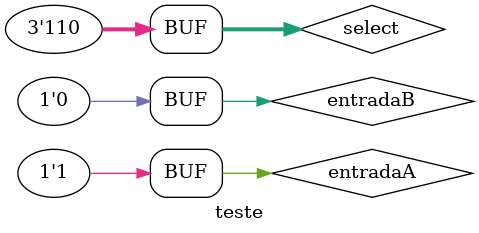
<source format=v>

module NOT(output s,input a);
	not N1(s,a);
endmodule

module OR(output s, input a, input b);
	or O1(s,a,b);
endmodule

module NOR(output s, input a, input b);
	nor O1(s,a,b);
endmodule

module AND(output s, input a, input b);
	and A1(s,a,b);
endmodule

module NAND(output s, input a, input b);
	nand NA1(s,a,b);
endmodule

module XOR(output s, input a, input b);
	xor O1(s,a,b);
endmodule

module XNOR(output s, input a, input b);
	xnor O1(s,a,b);
endmodule
/*
000 - NOT
001 - OR
010 - NOR
011 - AND
100 - NAND
101 - XOR
110 - XNOR
*/
module LU(output s, input a, input b, input[2:0] select);
	wire not1,or1,nor1,and1,nand1,xor1,xnor1;
	reg resultado;
	NOT NOT1(not1,a);
	OR OR1(or1,a,b);
	NOR NOR1(nor1,a,b);
	AND AND1(and1,a,b);
	NAND NAND1(nand1,a,b);
	XOR XOR1(xor1,a,b);
	XNOR XNOR1(xnor1,a,b);
	//OBS: Como fazer esse if dentro de um 'begin end'?
	assign s = (select==0) ? not1 : (select==1) ? or1 : (select==2) ? nor1 : (select==3) ? and1 : (select==4) ? nand1: (select==5) ? xor1 : xnor1;
endmodule

module teste;
	wire saida;
	reg entradaA,entradaB;
	reg[2:0] select;
	LU L1(saida,entradaA,entradaB,select);
	initial begin
		$display("\nWadson Ferreira - 460631\n000=NOT 001=OR 010=NOR 011=AND 100=NAND 101=XOR 110=XNOR");
		#1 entradaA=1'b0; entradaB=1'b0; select=3'b000;
		   $monitor("%b (%3b) %b = %b",entradaA,select,entradaB,saida);
		#1 entradaA=1'b1; entradaB=1'b0; select=3'b001;
		#1 entradaA=1'b0; entradaB=1'b1; select=3'b010;
		#1 entradaA=1'b1; entradaB=1'b1; select=3'b011;
		#1 entradaA=1'b1; entradaB=1'b1; select=3'b100;
		#1 entradaA=1'b0; entradaB=1'b1; select=3'b101;
		#1 entradaA=1'b1; entradaB=1'b0; select=3'b110;
	end
endmodule

		

</source>
